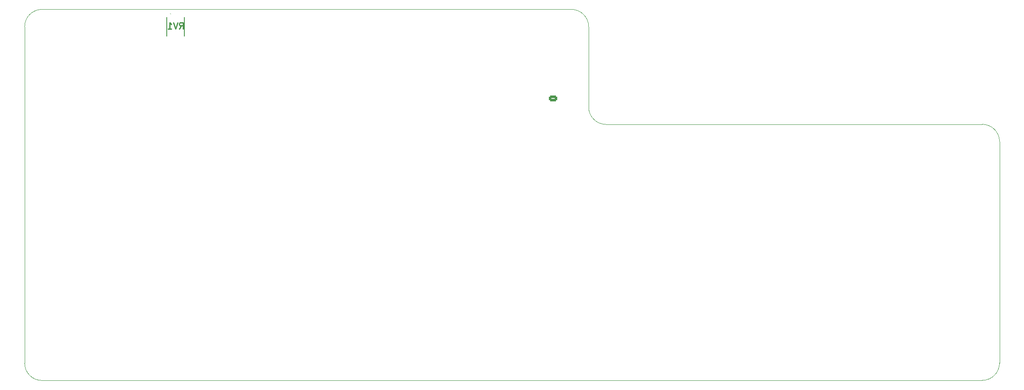
<source format=gbr>
%TF.GenerationSoftware,KiCad,Pcbnew,(6.0.7)*%
%TF.CreationDate,2023-07-28T14:32:25-04:00*%
%TF.ProjectId,Stylophone,5374796c-6f70-4686-9f6e-652e6b696361,rev?*%
%TF.SameCoordinates,Original*%
%TF.FileFunction,Legend,Bot*%
%TF.FilePolarity,Positive*%
%FSLAX46Y46*%
G04 Gerber Fmt 4.6, Leading zero omitted, Abs format (unit mm)*
G04 Created by KiCad (PCBNEW (6.0.7)) date 2023-07-28 14:32:25*
%MOMM*%
%LPD*%
G01*
G04 APERTURE LIST*
G04 Aperture macros list*
%AMRoundRect*
0 Rectangle with rounded corners*
0 $1 Rounding radius*
0 $2 $3 $4 $5 $6 $7 $8 $9 X,Y pos of 4 corners*
0 Add a 4 corners polygon primitive as box body*
4,1,4,$2,$3,$4,$5,$6,$7,$8,$9,$2,$3,0*
0 Add four circle primitives for the rounded corners*
1,1,$1+$1,$2,$3*
1,1,$1+$1,$4,$5*
1,1,$1+$1,$6,$7*
1,1,$1+$1,$8,$9*
0 Add four rect primitives between the rounded corners*
20,1,$1+$1,$2,$3,$4,$5,0*
20,1,$1+$1,$4,$5,$6,$7,0*
20,1,$1+$1,$6,$7,$8,$9,0*
20,1,$1+$1,$8,$9,$2,$3,0*%
G04 Aperture macros list end*
%TA.AperFunction,Profile*%
%ADD10C,0.100000*%
%TD*%
%ADD11C,0.254000*%
%ADD12C,0.200000*%
%ADD13C,0.022000*%
%ADD14C,2.250000*%
%ADD15C,1.300000*%
%ADD16C,2.700000*%
%ADD17C,0.850000*%
%ADD18C,1.500000*%
%ADD19C,4.260000*%
%ADD20R,1.500000X1.500000*%
%ADD21R,1.500000X1.050000*%
%ADD22O,1.500000X1.050000*%
%ADD23RoundRect,0.250000X0.625000X-0.350000X0.625000X0.350000X-0.625000X0.350000X-0.625000X-0.350000X0*%
%ADD24O,1.750000X1.200000*%
%ADD25O,1.700000X1.100000*%
%ADD26R,1.200000X1.200000*%
%ADD27R,1.600000X1.500000*%
G04 APERTURE END LIST*
D10*
X26000000Y-85500000D02*
X132974874Y-85500000D01*
X26000000Y-85500000D02*
G75*
G03*
X22500000Y-89000000I0J-3500000D01*
G01*
X216000000Y-160480000D02*
X26000000Y-160500000D01*
X216000000Y-108720000D02*
X139974874Y-108740000D01*
X216000000Y-160480000D02*
G75*
G03*
X219500000Y-156980000I0J3500000D01*
G01*
X136474900Y-105240000D02*
G75*
G03*
X139974874Y-108740000I3500000J0D01*
G01*
X22500000Y-157000000D02*
G75*
G03*
X26000000Y-160500000I3500000J0D01*
G01*
X136474874Y-89000000D02*
X136474874Y-105240000D01*
X219500000Y-112220000D02*
G75*
G03*
X216000000Y-108720000I-3500000J0D01*
G01*
X22500000Y-89000000D02*
X22500000Y-157000000D01*
X136474900Y-89000000D02*
G75*
G03*
X132974874Y-85500000I-3500000J0D01*
G01*
X219500000Y-156980000D02*
X219500000Y-112220000D01*
D11*
%TO.C,RV1*%
X53755952Y-89406523D02*
X54179285Y-88801761D01*
X54481666Y-89406523D02*
X54481666Y-88136523D01*
X53997857Y-88136523D01*
X53876904Y-88197000D01*
X53816428Y-88257476D01*
X53755952Y-88378428D01*
X53755952Y-88559857D01*
X53816428Y-88680809D01*
X53876904Y-88741285D01*
X53997857Y-88801761D01*
X54481666Y-88801761D01*
X53393095Y-88136523D02*
X52969761Y-89406523D01*
X52546428Y-88136523D01*
X51457857Y-89406523D02*
X52183571Y-89406523D01*
X51820714Y-89406523D02*
X51820714Y-88136523D01*
X51941666Y-88317952D01*
X52062619Y-88438904D01*
X52183571Y-88499380D01*
D12*
X54800000Y-87100000D02*
X54800000Y-90900000D01*
D13*
X51970000Y-86375000D02*
X51970000Y-86375000D01*
D12*
X51200000Y-90900000D02*
X51200000Y-87100000D01*
D13*
X51948000Y-86375000D02*
X51948000Y-86375000D01*
X51948000Y-86375000D02*
G75*
G03*
X51970000Y-86375000I11000J0D01*
G01*
X51970000Y-86375000D02*
G75*
G03*
X51948000Y-86375000I-11000J0D01*
G01*
%TD*%
%LPC*%
D14*
%TO.C,SW2*%
X39650000Y-88396360D03*
X47850000Y-88396360D03*
D15*
X41750000Y-88396360D03*
X43750000Y-88396360D03*
X45750000Y-88396360D03*
%TD*%
D16*
%TO.C,H3*%
X216000000Y-156980000D03*
%TD*%
D17*
%TO.C,J28*%
X123250000Y-96250000D03*
X123250000Y-89250000D03*
%TD*%
D16*
%TO.C,H2*%
X26000000Y-157000000D03*
%TD*%
D18*
%TO.C,VR1*%
X91250000Y-100375000D03*
X93750000Y-100375000D03*
X96250000Y-100375000D03*
D19*
X89350000Y-93375000D03*
X98150000Y-93375000D03*
%TD*%
D16*
%TO.C,H4*%
X216000000Y-112220000D03*
%TD*%
%TO.C,H6*%
X132974874Y-89000000D03*
%TD*%
D14*
%TO.C,SW1*%
X25500000Y-113600000D03*
X25500000Y-105400000D03*
D15*
X25500000Y-111500000D03*
X25500000Y-109500000D03*
X25500000Y-107500000D03*
%TD*%
D20*
%TO.C,VR2*%
X107000000Y-100375000D03*
D18*
X109500000Y-100375000D03*
X112000000Y-100375000D03*
D19*
X105100000Y-93375000D03*
X113900000Y-93375000D03*
%TD*%
D21*
%TO.C,Q1*%
X64570000Y-109520000D03*
D22*
X64570000Y-108250000D03*
X64570000Y-106980000D03*
%TD*%
D14*
%TO.C,SW3*%
X70900000Y-88396360D03*
X83100000Y-88396360D03*
D15*
X73000000Y-88396360D03*
X75000000Y-88396360D03*
X77000000Y-88396360D03*
X81000000Y-88396360D03*
%TD*%
D23*
%TO.C,J27*%
X129274874Y-103500000D03*
D24*
X129274874Y-101500000D03*
%TD*%
D16*
%TO.C,H5*%
X132974874Y-112220000D03*
%TD*%
%TO.C,H1*%
X26000000Y-89000000D03*
%TD*%
D25*
%TO.C,J1*%
X25600000Y-93180000D03*
X29400000Y-101820000D03*
X25600000Y-101820000D03*
X29400000Y-93180000D03*
%TD*%
D26*
%TO.C,RV1*%
X52000000Y-87300000D03*
D27*
X53000000Y-90550000D03*
D26*
X54000000Y-87300000D03*
%TD*%
M02*

</source>
